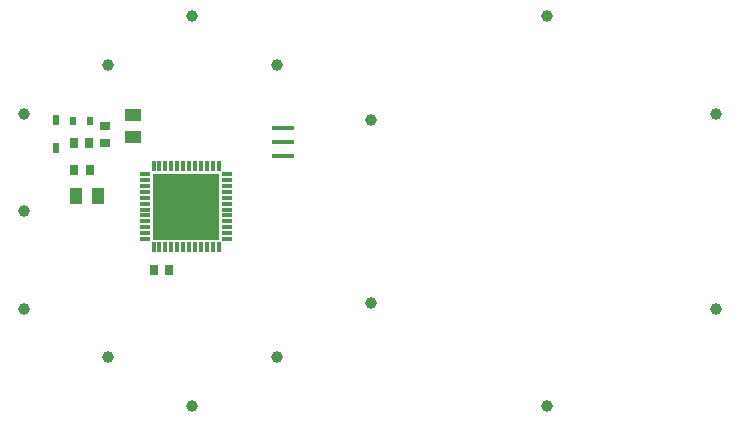
<source format=gbr>
%FSTAX23Y23*%
%MOIN*%
%SFA1B1*%

%IPPOS*%
%AMD21*
4,1,8,-0.019700,0.000000,-0.019700,0.000000,0.000000,-0.019700,0.000000,-0.019700,0.019700,0.000000,0.019700,0.000000,0.000000,0.019700,0.000000,0.019700,-0.019700,0.000000,0.0*
1,1,0.039370,0.000000,0.000000*
1,1,0.039370,0.000000,0.000000*
1,1,0.039370,0.000000,0.000000*
1,1,0.039370,0.000000,0.000000*
%
%AMD28*
4,1,8,-0.009800,0.017100,-0.009800,0.017100,-0.017100,-0.009800,-0.017100,-0.009800,0.009900,-0.017100,0.009900,-0.017100,0.017100,0.009800,0.017100,0.009800,-0.009800,0.017100,0.0*
1,1,0.039370,0.000000,0.000000*
1,1,0.039370,0.000000,0.000000*
1,1,0.039370,0.000000,0.000000*
1,1,0.039370,0.000000,0.000000*
%
%AMD29*
4,1,8,-0.009800,-0.017100,-0.009800,-0.017100,0.017100,-0.009800,0.017100,-0.009800,0.009800,0.017100,0.009800,0.017100,-0.017100,0.009800,-0.017100,0.009800,-0.009800,-0.017100,0.0*
1,1,0.039370,0.000000,0.000000*
1,1,0.039370,0.000000,0.000000*
1,1,0.039370,0.000000,0.000000*
1,1,0.039370,0.000000,0.000000*
%
%ADD19R,0.025197X0.035039*%
G04~CAMADD=21~8~0.0~0.0~393.7~393.7~196.9~0.0~15~0.0~0.0~0.0~0.0~0~0.0~0.0~0.0~0.0~0~0.0~0.0~0.0~90.0~394.0~393.0*
%ADD21D21*%
G04~CAMADD=28~8~0.0~0.0~393.7~393.7~196.9~0.0~15~0.0~0.0~0.0~0.0~0~0.0~0.0~0.0~0.0~0~0.0~0.0~0.0~30.0~392.0~392.0*
%ADD28D28*%
G04~CAMADD=29~8~0.0~0.0~393.7~393.7~196.9~0.0~15~0.0~0.0~0.0~0.0~0~0.0~0.0~0.0~0.0~0~0.0~0.0~0.0~150.0~392.0~392.0*
%ADD29D29*%
%ADD38R,0.033465X0.011811*%
%ADD39R,0.074803X0.015750*%
%ADD40R,0.031496X0.037401*%
%ADD41R,0.224409X0.224409*%
%ADD42R,0.019685X0.035433*%
%ADD43R,0.011811X0.033465*%
%ADD44R,0.035039X0.025197*%
%ADD45R,0.043000X0.055000*%
%ADD46R,0.055000X0.043000*%
%ADD47R,0.023622X0.031496*%
G54D19*
X-00995Y00137D03*
X-0094D03*
G54D21*
X-00006Y-00305D03*
Y00305D03*
X-01163Y00325D03*
X01144Y-00325D03*
X-00318Y-00487D03*
X-00881Y00487D03*
G54D28*
X00581Y-0065D03*
Y0065D03*
X-006Y-0065D03*
Y0065D03*
X-00881Y-00487D03*
X-00318Y00487D03*
G54D29*
X-01163Y-00325D03*
X01144Y00325D03*
X-01163Y0D03*
G54D38*
X-00757Y00084D03*
X-00485Y00064D03*
X-00757D03*
Y00044D03*
X-00485Y00084D03*
Y00044D03*
X-00757Y00123D03*
Y00103D03*
Y00025D03*
Y00005D03*
Y-00014D03*
Y-00033D03*
Y-00053D03*
Y-00073D03*
Y-00092D03*
X-00485D03*
Y-00073D03*
Y-00053D03*
Y-00033D03*
Y-00014D03*
Y00005D03*
Y00025D03*
Y00103D03*
Y00123D03*
G54D39*
X-00298Y00183D03*
Y0023D03*
Y00277D03*
G54D40*
X-00678Y-00197D03*
X-00994Y00227D03*
X-00728Y-00197D03*
X-00945Y00227D03*
G54D41*
X-00621Y00015D03*
G54D42*
X-01054Y00211D03*
Y00302D03*
G54D43*
X-00592Y00151D03*
X-00572D03*
X-00611D03*
X-00729Y-0012D03*
X-0071D03*
X-0069D03*
X-0067D03*
X-00651D03*
X-00631D03*
X-00611D03*
X-00592D03*
X-00572D03*
X-00552D03*
X-00532D03*
X-00513D03*
Y00151D03*
X-00532D03*
X-00552D03*
X-00631D03*
X-00651D03*
X-0067D03*
X-0069D03*
X-0071D03*
X-00729D03*
G54D44*
X-0089Y00283D03*
Y00228D03*
G54D45*
X-00915Y0005D03*
X-00988D03*
G54D46*
X-00798Y00248D03*
Y00321D03*
G54D47*
X-00998Y00301D03*
X-00943D03*
M02*
</source>
